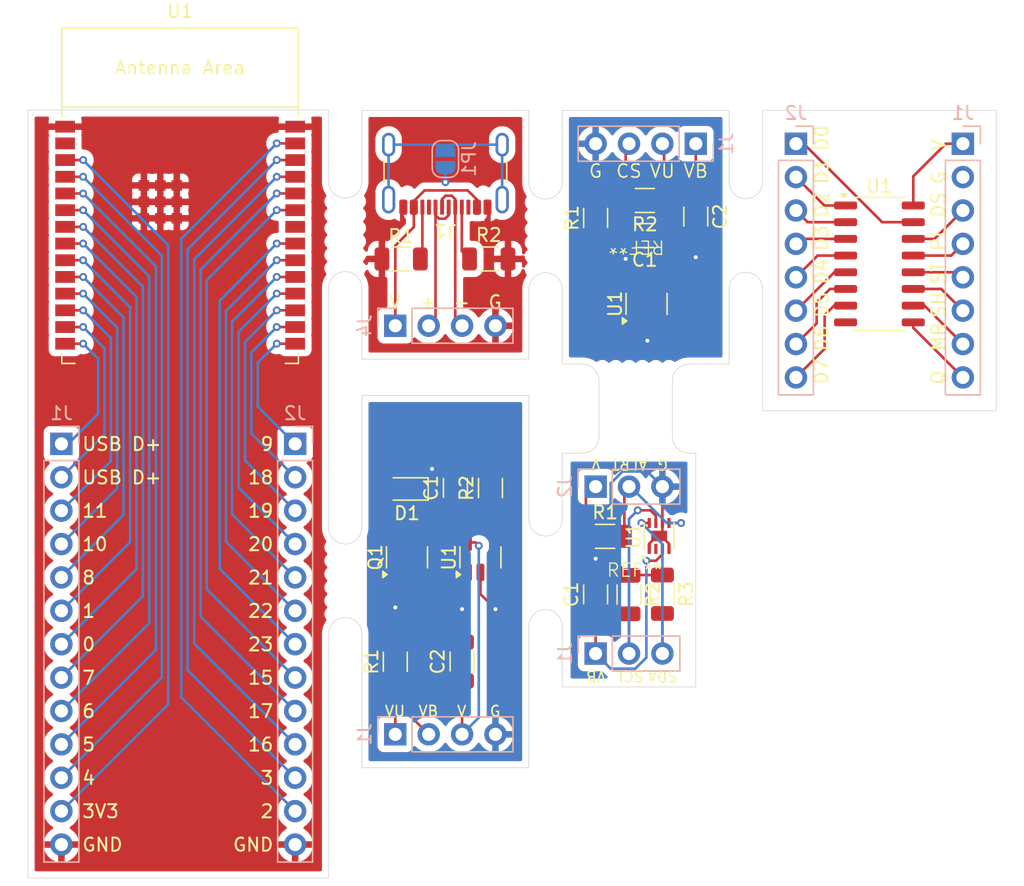
<source format=kicad_pcb>
(kicad_pcb (version 20240108) (generator "pcbnew") (generator_version "8.0")
  (layers (0 "F.Cu" signal) (31 "B.Cu" signal) (34 "B.Paste" user) (35 "F.Paste" user) (36 "B.SilkS" user "B.Silkscreen") (37 "F.SilkS" user "F.Silkscreen") (38 "B.Mask" user) (39 "F.Mask" user) (44 "Edge.Cuts" user))
  (net 0 "")
  (net 1 "GND")
  (net 2 "Net-(D1-K)")
  (net 3 "+3V3")
  (net 4 "V_{USB}")
  (net 5 "V_{BATT}")
  (net 6 "Net-(U1-EN)")
  (net 8 "CHRG_STAT")
  (net 9 "Net-(U1-PROG)")
  (net 10 "SDA")
  (net 11 "SCL")
  (net 12 "~{ALERT}")
  (net 14 "USB_D-")
  (net 15 "USB_D+")
  (net 16 "Net-(J1-SHIELD)")
  (net 17 "Net-(J1-CC2)")
  (net 19 "Net-(J1-CC1)")
  (net 22 "0")
  (net 23 "10")
  (net 24 "8")
  (net 25 "11")
  (net 26 "1")
  (net 27 "3")
  (net 28 "9")
  (net 29 "6")
  (net 30 "5")
  (net 31 "7")
  (net 32 "2")
  (net 33 "4")
  (net 34 "20")
  (net 35 "22")
  (net 36 "19")
  (net 37 "16")
  (net 38 "21")
  (net 39 "15")
  (net 40 "18")
  (net 41 "17")
  (net 42 "23")
  (net 43 "~{PL}")
  (net 44 "STCP")
  (net 45 "~{MR}")
  (net 46 "SHCP")
  (net 47 "VCC")
  (net 48 "Q")
  (net 49 "DS")
  (net 50 "D2")
  (net 51 "D5")
  (net 52 "D4")
  (net 53 "D7")
  (net 54 "D3")
  (net 55 "D1")
  (net 56 "D0")
  (net 57 "D6")
  (footprint "Resistor_SMD:R_1206_3216Metric" (layer "F.Cu") (at 161.544 57.1099 90)
    (property "Reference" "R2")
    (property "Value" "100k")
  )
  (footprint "NobleCrafted:MouseBite-Double" (layer "F.Cu") (at 150.495 64.1549 90)
    (property "Reference" "REF**" (hide yes))
    (property "Value" "MouseBite-Double" (hide yes))
    (fp_line (start 5.588 -1.27) (end 4.064 -1.270001) (stroke (width 0.05)) (layer "Edge.Cuts"))
    (fp_line (start -5.588 -1.27) (end -4.064 -1.270001) (stroke (width 0.05)) (layer "Edge.Cuts"))
    (fp_line (start 5.588 1.27) (end 4.101965 1.269432) (stroke (width 0.05)) (layer "Edge.Cuts"))
    (fp_line (start -5.588 1.27) (end -4.101965 1.269432) (stroke (width 0.05)) (layer "Edge.Cuts"))
    (fp_arc (start -4.064 -1.270001) (mid -2.794141 0.018984) (end -4.101965 1.269432) (stroke (width 0.05)) (layer "Edge.Cuts"))
    (fp_arc (start 4.101965 1.269432) (mid 2.794142 0.018985) (end 4.064 -1.270001) (stroke (width 0.05)) (layer "Edge.Cuts"))
  )
  (footprint "Package_SO:SO-16_3.9x9.9mm_P1.27mm" (layer "F.Cu") (at 191.135 40.0558)
    (property "Reference" "U1")
    (property "Value" "~")
  )
  (footprint "NobleCrafted:MouseBite-Double" (layer "F.Cu") (at 165.735 63.5508 90)
    (property "Reference" "REF**" (hide yes))
    (property "Value" "MouseBite-Double" (hide yes))
    (fp_line (start 5.588 -1.27) (end 4.064 -1.270001) (stroke (width 0.05)) (layer "Edge.Cuts"))
    (fp_line (start -5.588 -1.27) (end -4.064 -1.270001) (stroke (width 0.05)) (layer "Edge.Cuts"))
    (fp_line (start 5.588 1.27) (end 4.101965 1.269432) (stroke (width 0.05)) (layer "Edge.Cuts"))
    (fp_line (start -5.588 1.27) (end -4.101965 1.269432) (stroke (width 0.05)) (layer "Edge.Cuts"))
    (fp_arc (start -4.064 -1.270001) (mid -2.794141 0.018984) (end -4.101965 1.269432) (stroke (width 0.05)) (layer "Edge.Cuts"))
    (fp_arc (start 4.101965 1.269432) (mid 2.794142 0.018985) (end 4.064 -1.270001) (stroke (width 0.05)) (layer "Edge.Cuts"))
  )
  (footprint "Espressif:ESP32-C6-WROOM-1" (layer "F.Cu") (at 137.935 37.8764)
    (property "Reference" "U1")
    (property "Value" "ESP32-C6-WROOM-1")
  )
  (footprint "Resistor_SMD:R_1206_3216Metric" (layer "F.Cu") (at 170.2669 60.7822)
    (property "Reference" "R1")
    (property "Value" "100k")
  )
  (footprint "Capacitor_SMD:C_1206_3216Metric" (layer "F.Cu") (at 158.877 57.0974 90)
    (property "Reference" "C1")
    (property "Value" "2.2u")
  )
  (footprint "Capacitor_SMD:C_1206_3216Metric" (layer "F.Cu") (at 159.385 70.3054 90)
    (property "Reference" "C2")
    (property "Value" "2.2u")
  )
  (footprint "NobleCrafted:MouseBite-Double" (layer "F.Cu") (at 150.495 37.846 90)
    (property "Reference" "REF**" (hide yes))
    (property "Value" "MouseBite-Double" (hide yes))
    (fp_line (start 5.588 -1.27) (end 4.064 -1.270001) (stroke (width 0.05)) (layer "Edge.Cuts"))
    (fp_line (start -5.588 -1.27) (end -4.064 -1.270001) (stroke (width 0.05)) (layer "Edge.Cuts"))
    (fp_line (start 5.588 1.27) (end 4.101965 1.269432) (stroke (width 0.05)) (layer "Edge.Cuts"))
    (fp_line (start -5.588 1.27) (end -4.101965 1.269432) (stroke (width 0.05)) (layer "Edge.Cuts"))
    (fp_arc (start -4.064 -1.270001) (mid -2.794141 0.018984) (end -4.101965 1.269432) (stroke (width 0.05)) (layer "Edge.Cuts"))
    (fp_arc (start 4.101965 1.269432) (mid 2.794142 0.018985) (end 4.064 -1.270001) (stroke (width 0.05)) (layer "Edge.Cuts"))
  )
  (footprint "Diode_SMD:D_SOD-323" (layer "F.Cu") (at 155.194 57.1754 180)
    (property "Reference" "D1")
    (property "Value" "Schottky")
  )
  (footprint "NobleCrafted:MouseBite-Single" (layer "F.Cu") (at 172.593 48.9458)
    (property "Reference" "REF**")
    (property "Value" "MouseBite-Single")
    (fp_line (start -5.588 -1.27) (end -4.064 -1.27) (stroke (width 0.05)) (layer "Edge.Cuts"))
    (fp_line (start 5.588 -1.27) (end 4.064 -1.27) (stroke (width 0.05)) (layer "Edge.Cuts"))
    (fp_arc (start -4.064 -1.27) (mid -3.159287 -0.891288) (end -2.794142 0.018984) (stroke (width 0.05)) (layer "Edge.Cuts"))
    (fp_arc (start 2.794142 0.018984) (mid 3.159288 -0.891288) (end 4.064 -1.27) (stroke (width 0.05)) (layer "Edge.Cuts"))
  )
  (footprint "NobleCrafted:MouseBite-Double" (layer "F.Cu") (at 165.735 37.924 90)
    (property "Reference" "REF**" (hide yes))
    (property "Value" "MouseBite-Double" (hide yes))
    (fp_line (start 5.588 -1.27) (end 4.064 -1.270001) (stroke (width 0.05)) (layer "Edge.Cuts"))
    (fp_line (start -5.588 -1.27) (end -4.064 -1.270001) (stroke (width 0.05)) (layer "Edge.Cuts"))
    (fp_line (start 5.588 1.27) (end 4.101965 1.269432) (stroke (width 0.05)) (layer "Edge.Cuts"))
    (fp_line (start -5.588 1.27) (end -4.101965 1.269432) (stroke (width 0.05)) (layer "Edge.Cuts"))
    (fp_arc (start -4.064 -1.270001) (mid -2.794141 0.018984) (end -4.101965 1.269432) (stroke (width 0.05)) (layer "Edge.Cuts"))
    (fp_arc (start 4.101965 1.269432) (mid 2.794142 0.018985) (end 4.064 -1.270001) (stroke (width 0.05)) (layer "Edge.Cuts"))
  )
  (footprint "Resistor_SMD:R_1206_3216Metric" (layer "F.Cu") (at 161.417001 39.67895)
    (property "Reference" "R2")
    (property "Value" "5.1k")
  )
  (footprint "NobleCrafted:MouseBite-Single" (layer "F.Cu") (at 172.593 53.1876 180)
    (property "Reference" "REF**")
    (property "Value" "MouseBite-Single")
    (fp_line (start 5.588 -1.27) (end 4.064 -1.270001) (stroke (width 0.05)) (layer "Edge.Cuts"))
    (fp_arc (start 2.794142 0.018984) (mid 3.159288 -0.891288) (end 4.064 -1.270001) (stroke (width 0.05)) (layer "Edge.Cuts"))
    (fp_arc (start -4.064 -1.270001) (mid -3.159287 -0.891289) (end -2.794142 0.018984) (stroke (width 0.05)) (layer "Edge.Cuts"))
  )
  (footprint "Resistor_SMD:R_1206_3216Metric" (layer "F.Cu") (at 169.545 36.561299 90)
    (property "Reference" "R1")
    (property "Value" "4.7k")
  )
  (footprint "Package_TO_SOT_SMD:SOT-23-3" (layer "F.Cu") (at 155.194 62.3824 90)
    (property "Reference" "Q1")
    (property "Value" "MOSFET")
  )
  (footprint "Package_TO_SOT_SMD:TSOT-23-5" (layer "F.Cu") (at 160.782 62.3824 90)
    (property "Reference" "U1")
    (property "Value" "RT9080-33GJ5")
  )
  (footprint "Capacitor_SMD:C_1206_3216Metric" (layer "F.Cu") (at 169.545 65.199999 90)
    (property "Reference" "C1")
    (property "Value" "2.2u")
  )
  (footprint "Resistor_SMD:R_1206_3216Metric" (layer "F.Cu") (at 154.305 70.3179 90)
    (property "Reference" "R1")
    (property "Value" "100k")
  )
  (footprint "Resistor_SMD:R_1206_3216Metric" (layer "F.Cu") (at 172.085001 65.2125 -90)
    (property "Reference" "R2")
    (property "Value" "2.2k")
  )
  (footprint "Package_TO_SOT_SMD:SOT-23-5" (layer "F.Cu") (at 173.421001 43.0983 90)
    (property "Reference" "U1")
    (property "Value" "MCP73831-2-OT")
  )
  (footprint "Capacitor_SMD:C_1206_3216Metric" (layer "F.Cu") (at 173.276999 37.8968 180)
    (property "Reference" "C1")
    (property "Value" "2.2u")
  )
  (footprint "Resistor_SMD:R_1206_3216Metric" (layer "F.Cu") (at 173.2935 35.2298 180)
    (property "Reference" "R2")
    (property "Value" "4.7k")
  )
  (footprint "Package_DFN_QFN:TDFN-8-1EP_2x2mm_P0.5mm_EP0.8x1.2mm" (layer "F.Cu") (at 174.375799 60.7536 90)
    (property "Reference" "U1")
    (property "Value" "MAX17048G+T10")
  )
  (footprint "Resistor_SMD:R_1206_3216Metric" (layer "F.Cu") (at 154.747501 39.67895 180)
    (property "Reference" "R1")
    (property "Value" "5.1k")
  )
  (footprint "Resistor_SMD:R_1206_3216Metric" (layer "F.Cu") (at 174.624999 65.1871 -90)
    (property "Reference" "R3")
    (property "Value" "2.2k")
  )
  (footprint "Capacitor_SMD:C_1206_3216Metric" (layer "F.Cu") (at 177.165 36.450801 -90)
    (property "Reference" "C2")
    (property "Value" "2.2u")
  )
  (footprint "NobleCrafted:MouseBite-Double" (layer "F.Cu") (at 180.975 37.8968 90)
    (property "Reference" "REF**" (hide yes))
    (property "Value" "MouseBite-Double" (hide yes))
    (fp_line (start 5.588 -1.27) (end 4.064 -1.270001) (stroke (width 0.05)) (layer "Edge.Cuts"))
    (fp_line (start -5.588 -1.27) (end -4.064 -1.270001) (stroke (width 0.05)) (layer "Edge.Cuts"))
    (fp_line (start 5.588 1.27) (end 4.101965 1.269432) (stroke (width 0.05)) (layer "Edge.Cuts"))
    (fp_line (start -5.588 1.27) (end -4.101965 1.269432) (stroke (width 0.05)) (layer "Edge.Cuts"))
    (fp_arc (start -4.064 -1.270001) (mid -2.794141 0.018985) (end -4.101965 1.269432) (stroke (width 0.05)) (layer "Edge.Cuts"))
    (fp_arc (start 4.101965 1.269432) (mid 2.794142 0.018985) (end 4.064 -1.270001) (stroke (width 0.05)) (layer "Edge.Cuts"))
  )
  (footprint "Connector_USB:USB_C_Receptacle_GCT_USB4105-xx-A_16P_TopMnt_Horizontal" (layer "F.Cu") (at 158.115001 32.058949 180)
    (property "Reference" "J1")
    (property "Value" "USB_C_Port_USB2.0_16P")
  )
  (footprint "Connector_PinHeader_2.54mm:PinHeader_1x04_P2.54mm_Vertical" (layer "B.Cu") (at 177.165071 30.9118 90)
    (property "Reference" "J1")
    (property "Value" "Conn_01x04")
  )
  (footprint "Connector_PinHeader_2.54mm:PinHeader_1x04_P2.54mm_Vertical" (layer "B.Cu") (at 154.305001 44.75895 -90)
    (property "Reference" "J4")
    (property "Value" "Conn_01x04")
  )
  (footprint "Connector_PinHeader_2.54mm:PinHeader_1x03_P2.54mm_Vertical" (layer "B.Cu") (at 169.545 56.9976 -90)
    (property "Reference" "J2")
    (property "Value" "Conn_01x03")
  )
  (footprint "Connector_PinHeader_2.54mm:PinHeader_1x13_P2.54mm_Vertical" (layer "B.Cu") (at 128.905 53.7464 180)
    (property "Reference" "J1")
    (property "Value" "Conn_01x13")
  )
  (footprint "Jumper:SolderJumper-2_P1.3mm_Open_RoundedPad1.0x1.5mm" (layer "B.Cu") (at 158.115001 32.073949 90)
    (property "Reference" "JP1")
    (property "Value" "Open")
  )
  (footprint "Connector_PinHeader_2.54mm:PinHeader_1x08_P2.54mm_Vertical" (layer "B.Cu") (at 184.785 30.9118 180)
    (property "Reference" "J2")
    (property "Value" "Conn_01x08")
  )
  (footprint "Connector_PinHeader_2.54mm:PinHeader_1x03_P2.54mm_Vertical" (layer "B.Cu") (at 169.545 69.6976 -90)
    (property "Reference" "J1")
    (property "Value" "Conn_01x03")
  )
  (footprint "Connector_PinHeader_2.54mm:PinHeader_1x04_P2.54mm_Vertical" (layer "B.Cu") (at 154.305 75.8444 -90)
    (property "Reference" "J1")
    (property "Value" "Conn_01x04")
  )
  (footprint "Connector_PinHeader_2.54mm:PinHeader_1x13_P2.54mm_Vertical" (layer "B.Cu") (at 146.685 53.7464 180)
    (property "Reference" "J2")
    (property "Value" "Conn_01x13")
  )
  (footprint "Connector_PinHeader_2.54mm:PinHeader_1x08_P2.54mm_Vertical" (layer "B.Cu") (at 197.485 30.9118 180)
    (property "Reference" "J1")
    (property "Value" "Conn_01x08")
  )
  (gr_line (start 167.005 28.3718) (end 167.005 32.336) (stroke (width 0.05)) (layer "Edge.Cuts"))
  (gr_line (start 126.365 28.3464) (end 149.225 28.3464) (stroke (width 0.05)) (layer "Edge.Cuts"))
  (gr_line (start 149.225 43.434) (end 149.225 58.5669) (stroke (width 0.05)) (layer "Edge.Cuts"))
  (gr_line (start 176.657 54.457601) (end 177.165 54.4576) (stroke (width 0.05)) (layer "Edge.Cuts"))
  (gr_line (start 179.705 47.6758) (end 179.705 43.4848) (stroke (width 0.05)) (layer "Edge.Cuts"))
  (gr_line (start 177.165 54.4576) (end 177.165 72.2376) (stroke (width 0.05)) (layer "Edge.Cuts"))
  (gr_line (start 151.765 50.0634) (end 151.765 58.5669) (stroke (width 0.05)) (layer "Edge.Cuts"))
  (gr_line (start 175.387142 53.168616) (end 175.387142 48.964784) (stroke (width 0.05)) (layer "Edge.Cuts"))
  (gr_line (start 164.465 50.0634) (end 164.465 57.9628) (stroke (width 0.05)) (layer "Edge.Cuts"))
  (gr_line (start 151.765 43.434) (end 151.765002 47.29895) (stroke (width 0.05)) (layer "Edge.Cuts"))
  (gr_line (start 200.025 51.2318) (end 182.245 51.2318) (stroke (width 0.05)) (layer "Edge.Cuts"))
  (gr_line (start 167.005 43.512) (end 167.005 47.6758) (stroke (width 0.05)) (layer "Edge.Cuts"))
  (gr_line (start 167.005 54.4576) (end 167.005 57.9628) (stroke (width 0.05)) (layer "Edge.Cuts"))
  (gr_line (start 169.798858 53.168616) (end 169.798858 48.964784) (stroke (width 0.05)) (layer "Edge.Cuts"))
  (gr_line (start 151.765001 28.37595) (end 164.465001 28.37595) (stroke (width 0.05)) (layer "Edge.Cuts"))
  (gr_line (start 182.245 28.3718) (end 200.025 28.3718) (stroke (width 0.05)) (layer "Edge.Cuts"))
  (gr_line (start 177.165 72.2376) (end 167.005 72.2376) (stroke (width 0.05)) (layer "Edge.Cuts"))
  (gr_line (start 149.225 28.3464) (end 149.225 32.258) (stroke (width 0.05)) (layer "Edge.Cuts"))
  (gr_line (start 151.765 69.7429) (end 151.765 78.3844) (stroke (width 0.05)) (layer "Edge.Cuts"))
  (gr_line (start 164.465 43.512) (end 164.465 47.29895) (stroke (width 0.05)) (layer "Edge.Cuts"))
  (gr_line (start 179.705 32.3088) (end 179.705 28.3718) (stroke (width 0.05)) (layer "Edge.Cuts"))
  (gr_line (start 151.765001 28.37595) (end 151.765 32.258) (stroke (width 0.05)) (layer "Edge.Cuts"))
  (gr_line (start 126.365 86.7664) (end 126.365 28.3464) (stroke (width 0.05)) (layer "Edge.Cuts"))
  (gr_line (start 178.181 47.6758) (end 179.705 47.6758) (stroke (width 0.05)) (layer "Edge.Cuts"))
  (gr_line (start 149.225 69.7429) (end 149.225 86.7664) (stroke (width 0.05)) (layer "Edge.Cuts"))
  (gr_line (start 182.245 43.4848) (end 182.245 51.2318) (stroke (width 0.05)) (layer "Edge.Cuts"))
  (gr_line (start 151.765 50.0634) (end 164.465 50.0634) (stroke (width 0.05)) (layer "Edge.Cuts"))
  (gr_line (start 167.005 28.3718) (end 179.705 28.3718) (stroke (width 0.05)) (layer "Edge.Cuts"))
  (gr_line (start 164.465 47.29895) (end 151.765002 47.29895) (stroke (width 0.05)) (layer "Edge.Cuts"))
  (gr_line (start 164.465001 28.37595) (end 164.465 32.336) (stroke (width 0.05)) (layer "Edge.Cuts"))
  (gr_line (start 182.245 32.3088) (end 182.245 28.3718) (stroke (width 0.05)) (layer "Edge.Cuts"))
  (gr_line (start 200.025 28.3718) (end 200.025 51.2318) (stroke (width 0.05)) (layer "Edge.Cuts"))
  (gr_line (start 149.225 86.7664) (end 126.365 86.7664) (stroke (width 0.05)) (layer "Edge.Cuts"))
  (gr_line (start 164.465 78.3844) (end 151.765 78.3844) (stroke (width 0.05)) (layer "Edge.Cuts"))
  (gr_line (start 167.005 69.1388) (end 167.005 72.2376) (stroke (width 0.05)) (layer "Edge.Cuts"))
  (gr_line (start 164.465 69.1388) (end 164.465 78.3844) (stroke (width 0.05)) (layer "Edge.Cuts"))
  (gr_text "D5" (at 187.325 44.2468 90) (layer "F.SilkS") (effects (font (size 1 1)) (justify left bottom)))
  (gr_text "D3" (at 187.325 39.1668 90) (layer "F.SilkS") (effects (font (size 1 1)) (justify left bottom)))
  (gr_text "16" (at 143.014819 77.20815 0) (layer "F.SilkS") (effects (font (size 1 1)) (justify left bottom)))
  (gr_text "22" (at 143.014819 67.04815 0) (layer "F.SilkS") (effects (font (size 1 1)) (justify left bottom)))
  (gr_text "20" (at 143.014819 61.96815 0) (layer "F.SilkS") (effects (font (size 1 1)) (justify left bottom)))
  (gr_text "10" (at 130.4036 61.96815 0) (layer "F.SilkS") (effects (font (size 1 1)) (justify left bottom)))
  (gr_text "23" (at 143.014819 69.58815 0) (layer "F.SilkS") (effects (font (size 1 1)) (justify left bottom)))
  (gr_text "GND" (at 141.871962 84.82815 0) (layer "F.SilkS") (effects (font (size 1 1)) (justify left bottom)))
  (gr_text "SDA" (at 175.856309 70.9422 180) (layer "F.SilkS") (effects (font (size 0.8 0.8) (thickness 0.125)) (justify left bottom)))
  (gr_text "CS" (at 171.021311 33.5788 0) (layer "F.SilkS") (effects (font (size 1 1) (thickness 0.125)) (justify left bottom)))
  (gr_text "USB D+" (at 130.4036 56.88815 0) (layer "F.SilkS") (effects (font (size 1 1)) (justify left bottom)))
  (gr_text "V" (at 153.75143 43.561 0) (layer "F.SilkS") (effects (font (size 1 1)) (justify left bottom)))
  (gr_text "G" (at 175.132499 54.8386 180) (layer "F.SilkS") (effects (font (size 0.8 0.8) (thickness 0.125)) (justify left bottom)))
  (gr_text "15" (at 143.014819 72.12815 0) (layer "F.SilkS") (effects (font (size 1 1)) (justify left bottom)))
  (gr_text "-" (at 158.640953 43.561 0) (layer "F.SilkS") (effects (font (size 1 1)) (justify left bottom)))
  (gr_text "7" (at 130.4036 72.12815 0) (layer "F.SilkS") (effects (font (size 1 1)) (justify left bottom)))
  (gr_text "G" (at 161.300001 43.561 0) (layer "F.SilkS") (effects (font (size 1 1)) (justify left bottom)))
  (gr_text "V" (at 169.995357 54.8386 180) (layer "F.SilkS") (effects (font (size 0.8 0.8) (thickness 0.125)) (justify left bottom)))
  (gr_text "D1" (at 187.325 34.0868 90) (layer "F.SilkS") (effects (font (size 1 1)) (justify left bottom)))
  (gr_text "2" (at 143.9672 82.28815 0) (layer "F.SilkS") (effects (font (size 1 1)) (justify left bottom)))
  (gr_text "V" (at 196.215 31.5468 90) (layer "F.SilkS") (effects (font (size 1 1)) (justify left bottom)))
  (gr_text "D7" (at 187.325 49.3268 90) (layer "F.SilkS") (effects (font (size 1 1)) (justify left bottom)))
  (gr_text "SCL" (at 173.297262 70.9422 180) (layer "F.SilkS") (effects (font (size 0.8 0.8) (thickness 0.125)) (justify left bottom)))
  (gr_text "G" (at 161.4175 74.549 0) (layer "F.SilkS") (effects (font (size 0.8 0.8) (thickness 0.125)) (justify left bottom)))
  (gr_text "DS" (at 196.215 36.6268 90) (layer "F.SilkS") (effects (font (size 1 1)) (justify left bottom)))
  (gr_text "19" (at 143.014819 59.42815 0) (layer "F.SilkS") (effects (font (size 1 1)) (justify left bottom)))
  (gr_text "1" (at 130.4036 67.04815 0) (layer "F.SilkS") (effects (font (size 1 1)) (justify left bottom)))
  (gr_text "VB" (at 155.994643 74.549 0) (layer "F.SilkS") (effects (font (size 0.8 0.8) (thickness 0.125)) (justify left bottom)))
  (gr_text "11" (at 130.4036 59.42815 0) (layer "F.SilkS") (effects (font (size 1 1)) (justify left bottom)))
  (gr_text "VU" (at 153.435596 74.549 0) (layer "F.SilkS") (effects (font (size 0.8 0.8) (thickness 0.125)) (justify left bottom)))
  (gr_text "3V3" (at 130.4036 82.28815 0) (layer "F.SilkS") (effects (font (size 1 1)) (justify left bottom)))
  (gr_text "VU" (at 173.585119 33.5788 0) (layer "F.SilkS") (effects (font (size 1 1) (thickness 0.125)) (justify left bottom)))
  (gr_text "D2" (at 187.325 36.6268 90) (layer "F.SilkS") (effects (font (size 1 1)) (justify left bottom)))
  (gr_text "G" (at 168.9575 33.5788 0) (layer "F.SilkS") (effects (font (size 1 1) (thickness 0.125)) (justify left bottom)))
  (gr_text "D4" (at 187.325 41.7068 90) (layer "F.SilkS") (effects (font (size 1 1)) (justify left bottom)))
  (gr_text "+" (at 156.100954 43.561 0) (layer "F.SilkS") (effects (font (size 1 1)) (justify left bottom)))
  (gr_text "6" (at 130.4036 74.66815 0) (layer "F.SilkS") (effects (font (size 1 1)) (justify left bottom)))
  (gr_text "G" (at 196.215 34.0868 90) (layer "F.SilkS") (effects (font (size 1 1)) (justify left bottom)))
  (gr_text "21" (at 143.014819 64.50815 0) (layer "F.SilkS") (effects (font (size 1 1)) (justify left bottom)))
  (gr_text "VB" (at 170.395357 70.9422 180) (layer "F.SilkS") (effects (font (size 0.8 0.8) (thickness 0.125)) (justify left bottom)))
  (gr_text "SH" (at 196.215 44.2468 90) (layer "F.SilkS") (effects (font (size 1 1)) (justify left bottom)))
  (gr_text "0" (at 130.4036 69.58815 0) (layer "F.SilkS") (effects (font (size 1 1)) (justify left bottom)))
  (gr_text "18" (at 143.014819 56.88815 0) (layer "F.SilkS") (effects (font (size 1 1)) (justify left bottom)))
  (gr_text "VB" (at 176.149 33.5788 0) (layer "F.SilkS") (effects (font (size 1 1) (thickness 0.125)) (justify left bottom)))
  (gr_text "USB D+" (at 130.4036 54.34815 0) (layer "F.SilkS") (effects (font (size 1 1)) (justify left bottom)))
  (gr_text "Q" (at 196.215 49.3268 90) (layer "F.SilkS") (effects (font (size 1 1)) (justify left bottom)))
  (gr_text "4" (at 130.4036 79.74815 0) (layer "F.SilkS") (effects (font (size 1 1)) (justify left bottom)))
  (gr_text "PL" (at 196.215 39.1668 90) (layer "F.SilkS") (effects (font (size 1 1)) (justify left bottom)))
  (gr_text "5" (at 130.4036 77.20815 0) (layer "F.SilkS") (effects (font (size 1 1)) (justify left bottom)))
  (gr_text "MR" (at 196.215 46.7868 90) (layer "F.SilkS") (effects (font (size 1 1)) (justify left bottom)))
  (gr_text "9" (at 143.9672 54.34815 0) (layer "F.SilkS") (effects (font (size 1 1)) (justify left bottom)))
  (gr_text "D6" (at 187.325 46.7868 90) (layer "F.SilkS") (effects (font (size 1 1)) (justify left bottom)))
  (gr_text "3" (at 143.9672 79.74815 0) (layer "F.SilkS") (effects (font (size 1 1)) (justify left bottom)))
  (gr_text "ST" (at 196.215 41.7068 90) (layer "F.SilkS") (effects (font (size 1 1)) (justify left bottom)))
  (gr_text "GND" (at 130.4036 84.82815 0) (layer "F.SilkS") (effects (font (size 1 1)) (justify left bottom)))
  (gr_text "D0\n" (at 187.325 31.5468 90) (layer "F.SilkS") (effects (font (size 1 1)) (justify left bottom)))
  (gr_text "17" (at 143.014819 74.66815 0) (layer "F.SilkS") (effects (font (size 1 1)) (justify left bottom)))
  (gr_text "8" (at 130.4036 64.50815 0) (layer "F.SilkS") (effects (font (size 1 1)) (justify left bottom)))
  (gr_text "ALRT" (at 173.563929 54.8386 180) (layer "F.SilkS") (effects (font (size 0.8 0.8) (thickness 0.125)) (justify left bottom)))
  (gr_text "V" (at 158.934642 74.549 0) (layer "F.SilkS") (effects (font (size 0.8 0.8) (thickness 0.125)) (justify left bottom)))
  (segment (start 169.545 63.724998) (end 169.544999 62.484) (width 0.2) (layer "F.Cu") (net 1))
  (segment (start 173.6258 61.339214) (end 174.211414 60.7536) (width 0.2) (layer "F.Cu") (net 1))
  (segment (start 175.1258 61.741099) (end 175.1258 61.339214) (width 0.2) (layer "F.Cu") (net 1))
  (segment (start 160.782 65.1764) (end 161.925 66.3194) (width 0.2) (layer "F.Cu") (net 1))
  (segment (start 159.385 68.830399) (end 159.385 66.3194) (width 0.2) (layer "F.Cu") (net 1))
  (segment (start 158.877 55.6224) (end 157.128 55.6224) (width 0.2) (layer "F.Cu") (net 1))
  (segment (start 175.1258 61.339214) (end 174.540186 60.7536) (width 0.2) (layer "F.Cu") (net 1))
  (segment (start 173.6258 61.7411) (end 173.6258 61.339214) (width 0.2) (layer "F.Cu") (net 1))
  (segment (start 174.6258 60.5036) (end 174.6258 59.7661) (width 0.2) (layer "F.Cu") (net 1))
  (segment (start 157.128 55.6224) (end 157.099 55.6514) (width 0.2) (layer "F.Cu") (net 1))
  (segment (start 173.421001 44.2358) (end 173.421001 45.836802) (width 0.2) (layer "F.Cu") (net 1))
  (segment (start 160.782 63.5199) (end 160.782 65.1764) (width 0.2) (layer "F.Cu") (net 1))
  (segment (start 154.305001 68.8554) (end 154.305 66.1924) (width 0.2) (layer "F.Cu") (net 1))
  (segment (start 169.545 35.0988) (end 169.545 30.911801) (width 0.2) (layer "F.Cu") (net 1))
  (segment (start 171.801998 37.8968) (end 171.801998 39.645798) (width 0.2) (layer "F.Cu") (net 1))
  (segment (start 174.6258 59.7661) (end 174.6258 56.998401) (width 0.2) (layer "F.Cu") (net 1))
  (segment (start 177.165 37.9258) (end 177.165 39.5478) (width 0.2) (layer "F.Cu") (net 1))
  (segment (start 171.801998 39.645798) (end 171.831 39.674799) (width 0.2) (layer "F.Cu") (net 1))
  (segment (start 173.421001 45.836802) (end 173.482 45.8978) (width 0.2) (layer "F.Cu") (net 1))
  (via (at 158.115001 33.83695) (size 0.6) (drill 0.3) (layers "F.Cu" "B.Cu") (net 1))
  (via (at 169.544999 62.484) (size 0.6) (drill 0.3) (layers "F.Cu" "B.Cu") (net 1))
  (via (at 173.482 45.8978) (size 0.6) (drill 0.3) (layers "F.Cu" "B.Cu") (net 1))
  (via (at 154.305 66.1924) (size 0.6) (drill 0.3) (layers "F.Cu" "B.Cu") (net 1))
  (via (at 161.925 66.3194) (size 0.6) (drill 0.3) (layers "F.Cu" "B.Cu") (net 1))
  (via (at 171.831 39.674799) (size 0.6) (drill 0.3) (layers "F.Cu" "B.Cu") (net 1))
  (via (at 157.099 55.6514) (size 0.6) (drill 0.3) (layers "F.Cu" "B.Cu") (net 1))
  (via (at 177.165 39.5478) (size 0.6) (drill 0.3) (layers "F.Cu" "B.Cu") (net 1))
  (via (at 159.385 66.3194) (size 0.6) (drill 0.3) (layers "F.Cu" "B.Cu") (net 1))
  (segment (start 171.591 55.847601) (end 170.695 56.7436) (width 0.2) (layer "B.Cu") (net 1))
  (segment (start 173.475 55.847601) (end 171.591 55.847601) (width 0.2) (layer "B.Cu") (net 1))
  (segment (start 170.695 61.334) (end 169.544999 62.484) (width 0.2) (layer "B.Cu") (net 1))
  (segment (start 174.624999 56.9976) (end 173.475 55.847601) (width 0.2) (layer "B.Cu") (net 1))
  (segment (start 170.695 56.7436) (end 170.695 61.334) (width 0.2) (layer "B.Cu") (net 1))
  (segment (start 158.115001 32.723948) (end 158.115001 33.83695) (width 0.2) (layer "B.Cu") (net 1))
  (segment (start 157.641 58.5724) (end 156.244 57.1754) (width 0.2) (layer "F.Cu") (net 2))
  (segment (start 158.877 62.5649) (end 158.877 58.5724) (width 0.2) (layer "F.Cu") (net 2))
  (segment (start 159.832 63.5199) (end 156.144 63.5199) (width 0.2) (layer "F.Cu") (net 2))
  (segment (start 158.877 58.5724) (end 157.641 58.5724) (width 0.2) (layer "F.Cu") (net 2))
  (segment (start 159.832 63.5199) (end 158.877 62.5649) (width 0.2) (layer "F.Cu") (net 2))
  (segment (start 161.544001 58.5724) (end 158.877 58.5724) (width 0.2) (layer "F.Cu") (net 2))
  (segment (start 172.085 63.75) (end 169.1172 60.7822) (width 0.2) (layer "F.Cu") (net 3))
  (segment (start 174.625 63.7246) (end 172.1104 63.7246) (width 0.2) (layer "F.Cu") (net 3))
  (segment (start 160.4065 61.244899) (end 160.655001 61.4934) (width 0.2) (layer "F.Cu") (net 3))
  (segment (start 129.185 32.1564) (end 130.556 32.1564) (width 0.2) (layer "F.Cu") (net 3))
  (segment (start 159.385 75.8444) (end 159.385 71.780399) (width 0.2) (layer "F.Cu") (net 3))
  (segment (start 159.832 61.2449) (end 160.4065 61.244899) (width 0.2) (layer "F.Cu") (net 3))
  (segment (start 168.8044 60.7822) (end 168.8044 57.7382) (width 0.2) (layer "F.Cu") (net 3))
  (via (at 130.556 32.1564) (size 0.6) (drill 0.3) (layers "F.Cu" "B.Cu") (net 3))
  (via (at 160.655001 61.4934) (size 0.6) (drill 0.3) (layers "F.Cu" "B.Cu") (net 3))
  (segment (start 160.655 74.5744) (end 159.385 75.8444) (width 0.2) (layer "B.Cu") (net 3))
  (segment (start 137.033 73.5584) (end 128.905 81.6864) (width 0.2) (layer "B.Cu") (net 3))
  (segment (start 130.556 32.1564) (end 137.033 38.6334) (width 0.2) (layer "B.Cu") (net 3))
  (segment (start 160.655001 61.4934) (end 160.655 74.5744) (width 0.2) (layer "B.Cu") (net 3))
  (segment (start 137.033 38.6334) (end 137.033 73.5584) (width 0.2) (layer "B.Cu") (net 3))
  (segment (start 174.756 35.2298) (end 174.756 37.8928) (width 0.2) (layer "F.Cu") (net 4))
  (segment (start 174.752 41.5798) (end 174.371 41.9608) (width 0.2) (layer "F.Cu") (net 4))
  (segment (start 156.532591 34.46395) (end 155.715001 35.28154) (width 0.2) (layer "F.Cu") (net 4))
  (segment (start 154.305001 44.75895) (end 154.305001 38.66295) (width 0.2) (layer "F.Cu") (net 4))
  (segment (start 174.756 35.2298) (end 174.756 31.0428) (width 0.2) (layer "F.Cu") (net 4))
  (segment (start 155.715001 37.25295) (end 155.715001 35.73895) (width 0.2) (layer "F.Cu") (net 4))
  (segment (start 159.815 34.46395) (end 156.532591 34.46395) (width 0.2) (layer "F.Cu") (net 4))
  (segment (start 154.244 63.5199) (end 154.244001 57.2754) (width 0.2) (layer "F.Cu") (net 4))
  (segment (start 154.305 75.8444) (end 154.305 71.7804) (width 0.2) (layer "F.Cu") (net 4))
  (segment (start 160.515001 35.73895) (end 160.515001 35.163951) (width 0.2) (layer "F.Cu") (net 4))
  (segment (start 160.515001 35.163951) (end 159.815 34.46395) (width 0.2) (layer "F.Cu") (net 4))
  (segment (start 174.751999 37.8968) (end 174.752 41.5798) (width 0.2) (layer "F.Cu") (net 4))
  (segment (start 154.305001 38.66295) (end 155.715001 37.25295) (width 0.2) (layer "F.Cu") (net 4))
  (segment (start 177.165 30.9118) (end 177.165 34.9758) (width 0.2) (layer "F.Cu") (net 5))
  (segment (start 174.371 44.2358) (end 175.965 42.6418) (width 0.2) (layer "F.Cu") (net 5))
  (segment (start 174.132386 62.6364) (end 173.4058 62.6364) (width 0.2) (layer "F.Cu") (net 5))
  (segment (start 175.965 36.1758) (end 177.165 34.9758) (width 0.2) (layer "F.Cu") (net 5))
  (segment (start 155.48 73.2724) (end 155.48 61.530899) (width 0.2) (layer "F.Cu") (net 5))
  (segment (start 156.845 75.8444) (end 155.448 74.4474) (width 0.2) (layer "F.Cu") (net 5))
  (segment (start 174.6258 62.142986) (end 174.132386 62.6364) (width 0.2) (layer "F.Cu") (net 5))
  (segment (start 155.448 74.4474) (end 155.448001 73.3044) (width 0.2) (layer "F.Cu") (net 5))
  (segment (start 174.6258 61.7411) (end 174.6258 62.142986) (width 0.2) (layer "F.Cu") (net 5))
  (segment (start 169.545 66.675) (end 169.545 69.6976) (width 0.2) (layer "F.Cu") (net 5))
  (segment (start 175.965 42.6418) (end 175.965 36.1758) (width 0.2) (layer "F.Cu") (net 5))
  (segment (start 155.48 61.530899) (end 155.194 61.244899) (width 0.2) (layer "F.Cu") (net 5))
  (segment (start 155.448001 73.3044) (end 155.48 73.2724) (width 0.2) (layer "F.Cu") (net 5))
  (via (at 173.4058 62.6364) (size 0.6) (drill 0.3) (layers "F.Cu" "B.Cu") (net 5))
  (segment (start 173.4058 70.003146) (end 172.561346 70.8476) (width 0.2) (layer "B.Cu") (net 5))
  (segment (start 170.695 70.8476) (end 169.545 69.6976) (width 0.2) (layer "B.Cu") (net 5))
  (segment (start 172.561346 70.8476) (end 170.695 70.8476) (width 0.2) (layer "B.Cu") (net 5))
  (segment (start 173.4058 62.6364) (end 173.4058 70.003146) (width 0.2) (layer "B.Cu") (net 5))
  (segment (start 161.732 63.5199) (end 162.719 62.532899) (width 0.2) (layer "F.Cu") (net 6))
  (segment (start 162.719 62.532899) (end 162.719 56.8224) (width 0.2) (layer "F.Cu") (net 6))
  (segment (start 162.719 56.8224) (end 161.544 55.6474) (width 0.2) (layer "F.Cu") (net 6))
  (segment (start 173.071002 36.469802) (end 171.831 35.2298) (width 0.2) (layer "F.Cu") (net 8))
  (segment (start 173.071002 42.663852) (end 173.071002 36.469802) (width 0.2) (layer "F.Cu") (net 8))
  (segment (start 172.471002 44.2358) (end 172.471002 43.263852) (width 0.2) (layer "F.Cu") (net 8))
  (segment (start 171.831 35.2298) (end 171.831 31.1658) (width 0.2) (layer "F.Cu") (net 8))
  (segment (start 172.471002 43.263852) (end 173.071002 42.663852) (width 0.2) (layer "F.Cu") (net 8))
  (segment (start 169.545 40.5638) (end 170.942001 41.9608) (width 0.2) (layer "F.Cu") (net 9))
  (segment (start 170.942001 41.9608) (end 172.471002 41.9608) (width 0.2) (layer "F.Cu") (net 9))
  (segment (start 169.545 38.0238) (end 169.545 40.5638) (width 0.2) (layer "F.Cu") (net 9))
  (segment (start 173.0249 59.7661) (end 173.0248 59.7662) (width 0.2) (layer "F.Cu") (net 10))
  (segment (start 173.6258 59.7661) (end 173.0249 59.7661) (width 0.2) (layer "F.Cu") (net 10))
  (segment (start 174.625 66.6496) (end 174.624999 69.6976) (width 0.2) (layer "F.Cu") (net 10))
  (via (at 173.0248 59.7662) (size 0.6) (drill 0.3) (layers "F.Cu" "B.Cu") (net 10))
  (segment (start 173.0248 59.7662) (end 174.624999 61.3664) (width 0.2) (layer "B.Cu") (net 10))
  (segment (start 174.624999 61.3664) (end 174.624999 69.6976) (width 0.2) (layer "B.Cu") (net 10))
  (segment (start 172.085 66.675) (end 172.085 69.6976) (width 0.2) (layer "F.Cu") (net 11))
  (segment (start 174.1258 59.214214) (end 173.712586 58.801) (width 0.2) (layer "F.Cu") (net 11))
  (segment (start 173.712586 58.801) (end 172.7454 58.801) (width 0.2) (layer "F.Cu") (net 11))
  (segment (start 174.1258 59.7661) (end 174.1258 59.214214) (width 0.2) (layer "F.Cu") (net 11))
  (via (at 172.7454 58.801) (size 0.6) (drill 0.3) (layers "F.Cu" "B.Cu") (net 11))
  (segment (start 172.085001 59.4614) (end 172.085 69.6976) (width 0.2) (layer "B.Cu") (net 11))
  (segment (start 172.7454 58.801) (end 172.085001 59.4614) (width 0.2) (layer "B.Cu") (net 11))
  (segment (start 176.0473 59.7661) (end 176.0474 59.7662) (width 0.2) (layer "F.Cu") (net 12))
  (segment (start 175.125799 59.7661) (end 176.0473 59.7661) (width 0.2) (layer "F.Cu") (net 12))
  (segment (start 171.7294 60.7822) (end 171.7294 57.3532) (width 0.2) (layer "F.Cu") (net 12))
  (via (at 176.0474 59.7662) (size 0.6) (drill 0.3) (layers "F.Cu" "B.Cu") (net 12))
  (segment (start 176.0474 59.7662) (end 174.9552 59.7662) (width 0.2) (layer "B.Cu") (net 12))
  (segment (start 174.9552 59.7662) (end 172.1866 56.9976) (width 0.2) (layer "B.Cu") (net 12))
  (segment (start 158.865001 35.13154) (end 158.865001 35.73895) (width 0.2) (layer "F.Cu") (net 14))
  (segment (start 158.132591 34.86395) (end 158.597411 34.863949) (width 0.2) (layer "F.Cu") (net 14))
  (segment (start 157.865001 35.13154) (end 158.132591 34.86395) (width 0.2) (layer "F.Cu") (net 14))
  (segment (start 158.865001 35.73895) (end 158.865001 44.23895) (width 0.2) (layer "F.Cu") (net 14))
  (segment (start 157.865001 35.73895) (end 157.865001 35.13154) (width 0.2) (layer "F.Cu") (net 14))
  (segment (start 129.185 44.8564) (end 130.556 44.8564) (width 0.2) (layer "F.Cu") (net 14))
  (segment (start 158.597411 34.863949) (end 158.865001 35.13154) (width 0.2) (layer "F.Cu") (net 14))
  (via (at 130.556 44.8564) (size 0.6) (drill 0.3) (layers "F.Cu" "B.Cu") (net 14))
  (segment (start 132.1816 53.0098) (end 128.905 56.2864) (width 0.2) (layer "B.Cu") (net 14))
  (segment (start 132.1816 46.482) (end 132.1816 53.0098) (width 0.2) (layer "B.Cu") (net 14))
  (segment (start 130.556 44.8564) (end 132.1816 46.482) (width 0.2) (layer "B.Cu") (net 14))
  (segment (start 157.365001 35.73895) (end 157.365001 36.34636) (width 0.2) (layer "F.Cu") (net 15))
  (segment (start 158.097411 36.61395) (end 158.365001 36.34636) (width 0.2) (layer "F.Cu") (net 15))
  (segment (start 157.632591 36.61395) (end 158.097411 36.61395) (width 0.2) (layer "F.Cu") (net 15))
  (segment (start 157.365001 36.34636) (end 157.632591 36.61395) (width 0.2) (layer "F.Cu") (net 15))
  (segment (start 129.185 46.1264) (end 130.556 46.1264) (width 0.2) (layer "F.Cu") (net 15))
  (segment (start 158.365001 36.34636) (end 158.365001 35.73895) (width 0.2) (layer "F.Cu") (net 15))
  (segment (start 157.365001 44.23895) (end 157.365001 36.34636) (width 0.2) (layer "F.Cu") (net 15))
  (via (at 130.556 46.1264) (size 0.6) (drill 0.3) (layers "F.Cu" "B.Cu") (net 15))
  (segment (start 131.699 51.4604) (end 129.413 53.7464) (width 0.2) (layer "B.Cu") (net 15))
  (segment (start 130.556 46.1264) (end 131.699 47.2694) (width 0.2) (layer "B.Cu") (net 15))
  (segment (start 131.699 47.2694) (end 131.699 51.4604) (width 0.2) (layer "B.Cu") (net 15))
  (segment (start 153.795001 30.98395) (end 157.675002 30.98395) (width 0.2) (layer "B.Cu") (net 16))
  (segment (start 158.555002 30.98395) (end 158.115002 31.42395) (width 0.2) (layer "B.Cu") (net 16))
  (segment (start 153.795001 35.16395) (end 153.795001 30.98395) (width 0.2) (layer "B.Cu") (net 16))
  (segment (start 162.435 35.16395) (end 162.435001 30.98395) (width 0.2) (layer "B.Cu") (net 16))
  (segment (start 157.675002 30.98395) (end 158.115002 31.42395) (width 0.2) (layer "B.Cu") (net 16))
  (segment (start 162.435001 30.98395) (end 158.555002 30.98395) (width 0.2) (layer "B.Cu") (net 16))
  (segment (start 156.365001 35.73895) (end 156.365001 39.52395) (width 0.2) (layer "F.Cu") (net 17))
  (segment (start 159.365001 39.08945) (end 159.954501 39.67895) (width 0.2) (layer "F.Cu") (net 19))
  (segment (start 159.365001 35.738949) (end 159.365001 39.08945) (width 0.2) (layer "F.Cu") (net 19))
  (segment (start 129.185 38.5064) (end 130.556 38.5064) (width 0.2) (layer "F.Cu") (net 22))
  (via (at 130.556 38.5064) (size 0.6) (drill 0.3) (layers "F.Cu" "B.Cu") (net 22))
  (segment (start 130.556 38.5064) (end 134.62 42.5704) (width 0.2) (layer "B.Cu") (net 22))
  (segment (start 134.62 42.5704) (end 134.62 63.2714) (width 0.2) (layer "B.Cu") (net 22))
  (segment (start 134.62 63.2714) (end 128.905 68.9864) (width 0.2) (layer "B.Cu") (net 22))
  (segment (start 129.185 42.3164) (end 130.556 42.3164) (width 0.2) (layer "F.Cu") (net 23))
  (via (at 130.556 42.3164) (size 0.6) (drill 0.3) (layers "F.Cu" "B.Cu") (net 23))
  (segment (start 130.556 42.3164) (end 133.1468 44.9072) (width 0.2) (layer "B.Cu") (net 23))
  (segment (start 133.1468 57.1246) (end 128.905 61.3664) (width 0.2) (layer "B.Cu") (net 23))
  (segment (start 133.1468 44.9072) (end 133.1468 57.1246) (width 0.2) (layer "B.Cu") (net 23))
  (segment (start 129.185 41.0464) (end 130.556 41.0464) (width 0.2) (layer "F.Cu") (net 24))
  (via (at 130.556 41.0464) (size 0.6) (drill 0.3) (layers "F.Cu" "B.Cu") (net 24))
  (segment (start 133.6294 59.1566) (end 128.905 63.881) (width 0.2) (layer "B.Cu") (net 24))
  (segment (start 130.556 41.0464) (end 133.6294 44.1198) (width 0.2) (layer "B.Cu") (net 24))
  (segment (start 133.6294 44.1198) (end 133.6294 59.1566) (width 0.2) (layer "B.Cu") (net 24))
  (segment (start 129.185 43.5864) (end 130.556 43.5864) (width 0.2) (layer "F.Cu") (net 25))
  (via (at 130.556 43.5864) (size 0.6) (drill 0.3) (layers "F.Cu" "B.Cu") (net 25))
  (segment (start 132.6642 55.0672) (end 128.905 58.8264) (width 0.2) (layer "B.Cu") (net 25))
  (segment (start 132.6642 45.6946) (end 132.6642 55.0672) (width 0.2) (layer "B.Cu") (net 25))
  (segment (start 130.556 43.5864) (end 132.6642 45.6946) (width 0.2) (layer "B.Cu") (net 25))
  (segment (start 129.185 39.7764) (end 130.556 39.7764) (width 0.2) (layer "F.Cu") (net 26))
  (via (at 130.556 39.7764) (size 0.6) (drill 0.3) (layers "F.Cu" "B.Cu") (net 26))
  (segment (start 130.556 39.7764) (end 134.1374 43.3578) (width 0.2) (layer "B.Cu") (net 26))
  (segment (start 134.1374 61.214) (end 128.905 66.4464) (width 0.2) (layer "B.Cu") (net 26))
  (segment (start 134.1374 43.3578) (end 134.1374 61.214) (width 0.2) (layer "B.Cu") (net 26))
  (segment (start 146.685 32.1564) (end 145.288 32.1564) (width 0.2) (layer "F.Cu") (net 27))
  (via (at 145.288 32.1564) (size 0.6) (drill 0.3) (layers "F.Cu" "B.Cu") (net 27))
  (segment (start 138.5062 38.9382) (end 138.5062 70.9676) (width 0.2) (layer "B.Cu") (net 27))
  (segment (start 138.5062 70.9676) (end 146.685 79.1464) (width 0.2) (layer "B.Cu") (net 27))
  (segment (start 145.288 32.1564) (end 138.5062 38.9382) (width 0.2) (layer "B.Cu") (net 27))
  (segment (start 146.685 46.1264) (end 145.288 46.1264) (width 0.2) (layer "F.Cu") (net 28))
  (via (at 145.288 46.1264) (size 0.6) (drill 0.3) (layers "F.Cu" "B.Cu") (net 28))
  (segment (start 143.8402 50.9016) (end 146.685 53.7464) (width 0.2) (layer "B.Cu") (net 28))
  (segment (start 145.288 46.1264) (end 143.8402 47.5742) (width 0.2) (layer "B.Cu") (net 28))
  (segment (start 143.8402 47.5742) (end 143.8402 50.9016) (width 0.2) (layer "B.Cu") (net 28))
  (segment (start 129.185 35.9664) (end 130.556 35.9664) (width 0.2) (layer "F.Cu") (net 29))
  (via (at 130.556 35.9664) (size 0.6) (drill 0.3) (layers "F.Cu" "B.Cu") (net 29))
  (segment (start 130.556 35.9664) (end 135.5852 40.9956) (width 0.2) (layer "B.Cu") (net 29))
  (segment (start 135.5852 67.3862) (end 128.905 74.0664) (width 0.2) (layer "B.Cu") (net 29))
  (segment (start 135.5852 40.9956) (end 135.5852 67.3862) (width 0.2) (layer "B.Cu") (net 29))
  (segment (start 129.185 34.6964) (end 130.556 34.6964) (width 0.2) (layer "F.Cu") (net 30))
  (via (at 130.556 34.6964) (size 0.6) (drill 0.3) (layers "F.Cu" "B.Cu") (net 30))
  (segment (start 136.0932 40.2336) (end 136.0932 69.4182) (width 0.2) (layer "B.Cu") (net 30))
  (segment (start 130.556 34.6964) (end 136.0932 40.2336) (width 0.2) (layer "B.Cu") (net 30))
  (segment (start 136.0932 69.4182) (end 128.905 76.6064) (width 0.2) (layer "B.Cu") (net 30))
  (segment (start 129.185 37.2364) (end 130.556 37.2364) (width 0.2) (layer "F.Cu") (net 31))
  (via (at 130.556 37.2364) (size 0.6) (drill 0.3) (layers "F.Cu" "B.Cu") (net 31))
  (segment (start 135.1026 41.783) (end 135.1026 65.3288) (width 0.2) (layer "B.Cu") (net 31))
  (segment (start 135.1026 65.3288) (end 128.905 71.5264) (width 0.2) (layer "B.Cu") (net 31))
  (segment (start 130.556 37.2364) (end 135.1026 41.783) (width 0.2) (layer "B.Cu") (net 31))
  (segment (start 146.685 30.8864) (end 145.288 30.8864) (width 0.2) (layer "F.Cu") (net 32))
  (via (at 145.288 30.8864) (size 0.6) (drill 0.3) (layers "F.Cu" "B.Cu") (net 32))
  (segment (start 138.0236 38.1508) (end 138.0236 73.025) (width 0.2) (layer "B.Cu") (net 32))
  (segment (start 138.0236 73.025) (end 146.685 81.6864) (width 0.2) (layer "B.Cu") (net 32))
  (segment (start 145.288 30.8864) (end 138.0236 38.1508) (width 0.2) (layer "B.Cu") (net 32))
  (segment (start 129.185 33.4264) (end 130.556 33.4264) (width 0.2) (layer "F.Cu") (net 33))
  (via (at 130.556 33.4264) (size 0.6) (drill 0.3) (layers "F.Cu" "B.Cu") (net 33))
  (segment (start 130.556 33.4264) (end 136.5504 39.4208) (width 0.2) (layer "B.Cu") (net 33))
  (segment (start 136.5504 71.501) (end 128.905 79.1464) (width 0.2) (layer "B.Cu") (net 33))
  (segment (start 136.5504 39.4208) (end 136.5504 71.501) (width 0.2) (layer "B.Cu") (net 33))
  (segment (start 146.685 42.3164) (end 145.288 42.3164) (width 0.2) (layer "F.Cu") (net 34))
  (via (at 145.288 42.3164) (size 0.6) (drill 0.3) (layers "F.Cu" "B.Cu") (net 34))
  (segment (start 145.288 42.3164) (end 142.3924 45.212) (width 0.2) (layer "B.Cu") (net 34))
  (segment (start 142.3924 57.0738) (end 146.685 61.3664) (width 0.2) (layer "B.Cu") (net 34))
  (segment (start 142.3924 45.212) (end 142.3924 57.0738) (width 0.2) (layer "B.Cu") (net 34))
  (segment (start 146.685 39.7764) (end 145.288 39.7764) (width 0.2) (layer "F.Cu") (net 35))
  (via (at 145.288 39.7764) (size 0.6) (drill 0.3) (layers "F.Cu" "B.Cu") (net 35))
  (segment (start 141.4272 43.6372) (end 141.4272 61.1886) (width 0.2) (layer "B.Cu") (net 35))
  (segment (start 141.4272 61.1886) (end 146.685 66.4464) (width 0.2) (layer "B.Cu") (net 35))
  (segment (start 145.288 39.7764) (end 141.4272 43.6372) (width 0.2) (layer "B.Cu") (net 35))
  (segment (start 146.685 43.5864) (end 145.288 43.5864) (width 0.2) (layer "F.Cu") (net 36))
  (via (at 145.288 43.5864) (size 0.6) (drill 0.3) (layers "F.Cu" "B.Cu") (net 36))
  (segment (start 145.288 43.5864) (end 142.875 45.9994) (width 0.2) (layer "B.Cu") (net 36))
  (segment (start 142.875 55.0164) (end 146.685 58.8264) (width 0.2) (layer "B.Cu") (net 36))
  (segment (start 142.875 45.9994) (end 142.875 55.0164) (width 0.2) (layer "B.Cu") (net 36))
  (segment (start 146.685 33.4264) (end 145.288 33.4264) (width 0.2) (layer "F.Cu") (net 37))
  (via (at 145.288 33.4264) (size 0.6) (drill 0.3) (layers "F.Cu" "B.Cu") (net 37))
  (segment (start 145.288 33.4264) (end 139.0142 39.7002) (width 0.2) (layer "B.Cu") (net 37))
  (segment (start 139.0142 68.9356) (end 146.685 76.6064) (width 0.2) (layer "B.Cu") (net 37))
  (segment (start 139.0142 39.7002) (end 139.0142 68.9356) (width 0.2) (layer "B.Cu") (net 37))
  (segment (start 146.685 41.0464) (end 145.288 41.0464) (width 0.2) (layer "F.Cu") (net 38))
  (via (at 145.288 41.0464) (size 0.6) (drill 0.3) (layers "F.Cu" "B.Cu") (net 38))
  (segment (start 145.288 41.0464) (end 141.8844 44.45) (width 0.2) (layer "B.Cu") (net 38))
  (segment (start 141.8844 44.45) (end 141.8844 59.1058) (width 0.2) (layer "B.Cu") (net 38))
  (segment (start 141.8844 59.1058) (end 146.685 63.9064) (width 0.2) (layer "B.Cu") (net 38))
  (segment (start 146.685 35.9664) (end 145.288 35.9664) (width 0.2) (layer "F.Cu") (net 39))
  (via (at 145.288 35.9664) (size 0.6) (drill 0.3) (layers "F.Cu" "B.Cu") (net 39))
  (segment (start 139.954 64.7954) (end 146.685 71.5264) (width 0.2) (layer "B.Cu") (net 39))
  (segment (start 145.288 35.9664) (end 139.954 41.3004) (width 0.2) (layer "B.Cu") (net 39))
  (segment (start 139.954 41.3004) (end 139.954 64.7954) (width 0.2) (layer "B.Cu") (net 39))
  (segment (start 146.685 44.8564) (end 145.288 44.8564) (width 0.2) (layer "F.Cu") (net 40))
  (via (at 145.288 44.8564) (size 0.6) (drill 0.3) (layers "F.Cu" "B.Cu") (net 40))
  (segment (start 145.288 44.8564) (end 143.3576 46.7868) (width 0.2) (layer "B.Cu") (net 40))
  (segment (start 143.3576 52.959) (end 146.685 56.2864) (width 0.2) (layer "B.Cu") (net 40))
  (segment (start 143.3576 46.7868) (end 143.3576 52.959) (width 0.2) (layer "B.Cu") (net 40))
  (segment (start 146.685 34.6964) (end 145.288 34.6964) (width 0.2) (layer "F.Cu") (net 41))
  (via (at 145.288 34.6964) (size 0.6) (drill 0.3) (layers "F.Cu" "B.Cu") (net 41))
  (segment (start 139.4968 66.8782) (end 146.685 74.0664) (width 0.2) (layer "B.Cu") (net 41))
  (segment (start 139.4968 40.4876) (end 139.4968 66.8782) (width 0.2) (layer "B.Cu") (net 41))
  (segment (start 145.288 34.6964) (end 139.4968 40.4876) (width 0.2) (layer "B.Cu") (net 41))
  (segment (start 146.685 38.5064) (end 145.288 38.5064) (width 0.2) (layer "F.Cu") (net 42))
  (via (at 145.288 38.5064) (size 0.6) (drill 0.3) (layers "F.Cu" "B.Cu") (net 42))
  (segment (start 145.288 38.5064) (end 140.9446 42.8498) (width 0.2) (layer "B.Cu") (net 42))
  (segment (start 140.9446 42.8498) (end 140.9446 63.246) (width 0.2) (layer "B.Cu") (net 42))
  (segment (start 140.9446 63.246) (end 146.685 68.9864) (width 0.2) (layer "B.Cu") (net 42))
  (segment (start 196.596 39.4208) (end 197.485 38.5318) (width 0.2) (layer "F.Cu") (net 43))
  (segment (start 193.71 39.4208) (end 196.596 39.4208) (width 0.2) (layer "F.Cu") (net 43))
  (segment (start 193.71 40.6908) (end 197.104 40.6908) (width 0.2) (layer "F.Cu") (net 44))
  (segment (start 197.104 40.6908) (end 197.485 41.0718) (width 0.2) (layer "F.Cu") (net 44))
  (segment (start 193.71 43.2308) (end 194.564 43.2308) (width 0.2) (layer "F.Cu") (net 45))
  (segment (start 194.564 43.2308) (end 197.485 46.1518) (width 0.2) (layer "F.Cu") (net 45))
  (segment (start 193.71 41.9608) (end 195.834 41.9608) (width 0.2) (layer "F.Cu") (net 46))
  (segment (start 195.834 41.9608) (end 197.485 43.6118) (width 0.2) (layer "F.Cu") (net 46))
  (segment (start 196.1896 30.9118) (end 197.485 30.9118) (width 0.2) (layer "F.Cu") (net 47))
  (segment (start 193.71 35.6108) (end 193.71 33.3914) (width 0.2) (layer "F.Cu") (net 47))
  (segment (start 193.71 33.3914) (end 196.1896 30.9118) (width 0.2) (layer "F.Cu") (net 47))
  (segment (start 193.71 44.9168) (end 197.485 48.6918) (width 0.2) (layer "F.Cu") (net 48))
  (segment (start 193.71 44.5008) (end 193.71 44.9168) (width 0.2) (layer "F.Cu") (net 48))
  (segment (start 195.326 38.1508) (end 197.485 35.9918) (width 0.2) (layer "F.Cu") (net 49))
  (segment (start 193.71 38.1508) (end 195.326 38.1508) (width 0.2) (layer "F.Cu") (net 49))
  (segment (start 188.56 36.8808) (end 185.674 36.8808) (width 0.2) (layer "F.Cu") (net 50))
  (segment (start 185.674 36.8808) (end 184.785 35.9918) (width 0.2) (layer "F.Cu") (net 50))
  (segment (start 188.56 40.6908) (end 187.706 40.6908) (width 0.2) (layer "F.Cu") (net 51))
  (segment (start 187.706 40.6908) (end 184.785 43.6118) (width 0.2) (layer "F.Cu") (net 51))
  (segment (start 188.56 39.4208) (end 186.436 39.4208) (width 0.2) (layer "F.Cu") (net 52))
  (segment (start 186.436 39.4208) (end 184.785 41.0718) (width 0.2) (layer "F.Cu") (net 52))
  (segment (start 186.9694 43.946401) (end 186.9694 46.5074) (width 0.2) (layer "F.Cu") (net 53))
  (segment (start 188.56 43.2308) (end 187.685001 43.2308) (width 0.2) (layer "F.Cu") (net 53))
  (segment (start 187.685001 43.2308) (end 186.9694 43.946401) (width 0.2) (layer "F.Cu") (net 53))
  (segment (start 186.9694 46.5074) (end 184.785 48.6918) (width 0.2) (layer "F.Cu") (net 53))
  (segment (start 185.166 38.1508) (end 184.785 38.5318) (width 0.2) (layer "F.Cu") (net 54))
  (segment (start 188.56 38.1508) (end 185.166 38.1508) (width 0.2) (layer "F.Cu") (net 54))
  (segment (start 188.56 35.6108) (end 186.944 35.6108) (width 0.2) (layer "F.Cu") (net 55))
  (segment (start 186.944 35.6108) (end 184.785 33.4518) (width 0.2) (layer "F.Cu") (net 55))
  (segment (start 185.376552 30.9118) (end 184.785 30.9118) (width 0.2) (layer "F.Cu") (net 56))
  (segment (start 191.345552 36.8808) (end 185.376552 30.9118) (width 0.2) (layer "F.Cu") (net 56))
  (segment (start 193.71 36.8808) (end 191.345552 36.8808) (width 0.2) (layer "F.Cu") (net 56))
  (segment (start 188.56 41.9608) (end 187.3758 41.9608) (width 0.2) (layer "F.Cu") (net 57))
  (segment (start 186.3598 44.577) (end 184.785 46.1518) (width 0.2) (layer "F.Cu") (net 57))
  (segment (start 187.3758 41.9608) (end 186.3598 42.9768) (width 0.2) (layer "F.Cu") (net 57))
  (segment (start 186.3598 42.9768) (end 186.3598 44.577) (width 0.2) (layer "F.Cu") (net 57))
  (zone (net 1) (net_name "GND") (layer "F.Cu") (connect_pads (clearance 0.5)) (min_thickness 0.25) (fill yes (thermal_gap 0.5) (thermal_bridge_width 0.5))
    (polygon (pts (xy 151.765001 28.37595) (xy 164.465001 28.37595) (xy 164.465 47.29895) (xy 151.765002 47.29895)))
  )
  (zone (net 1) (net_name "GND") (layer "F.Cu") (connect_pads (clearance 0.5)) (min_thickness 0.25) (fill yes (thermal_gap 0.5) (thermal_bridge_width 0.5))
    (polygon (pts (xy 126.365 28.3464) (xy 149.225 28.3464) (xy 149.225 86.7664) (xy 126.365 86.7664)))
  )
  (zone (net 1) (net_name "GND") (layer "B.Cu") (connect_pads (clearance 0.5)) (min_thickness 0.25) (fill yes (thermal_gap 0.5) (thermal_bridge_width 0.5))
    (polygon (pts (xy 179.197 28.8798) (xy 179.197 47.6758) (xy 167.513 47.6758) (xy 167.513 28.8798)))
  )
  (zone (net 1) (net_name "GND") (layer "B.Cu") (connect_pads (clearance 0.5)) (min_thickness 0.25) (fill yes (thermal_gap 0.5) (thermal_bridge_width 0.5))
    (polygon (pts (xy 167.64 71.6026) (xy 167.64 55.0926) (xy 176.53 55.0926) (xy 176.53 71.6026)))
  )
  (zone (net 1) (net_name "GND") (layer "B.Cu") (connect_pads (clearance 0.5)) (min_thickness 0.25) (fill yes (thermal_gap 0.5) (thermal_bridge_width 0.5))
    (polygon (pts (xy 152.146 78.0034) (xy 152.146 50.063399) (xy 163.957 50.0634) (xy 163.957 78.0034)))
  )
)
</source>
